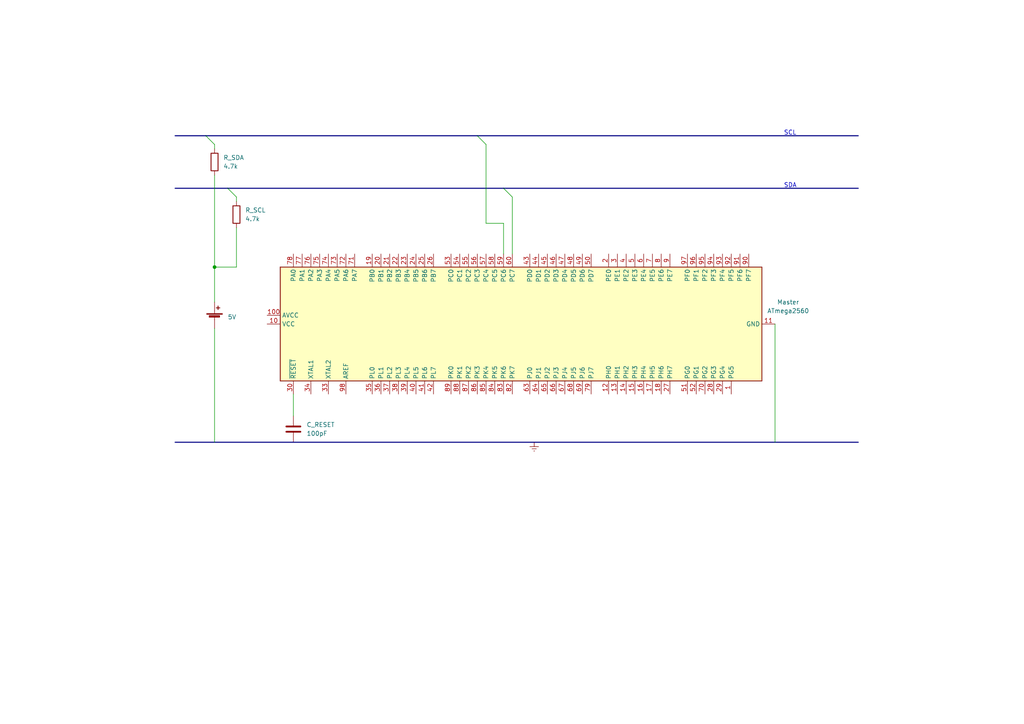
<source format=kicad_sch>
(kicad_sch (version 20211123) (generator eeschema)
  (paper "A4")
  (title_block (title "AMMC Master Controller") (date "2022-02-17"))
  (lib_symbols
    (symbol "Device:Battery_Cell" (pin_numbers hide) (pin_names (offset 0) hide)
      (property "Reference" "BT" (at 2.54 2.54 0))
      (property "Value" "Battery_Cell" (at 2.54 0 0))
      (symbol "Battery_Cell_0_1"
        (rectangle (start -2.286 1.778) (end 2.286 1.524) (fill (type outline)))
        (rectangle (start -1.5748 1.1938) (end 1.4732 0.6858) (fill (type outline)))
        (polyline (pts (xy 0 0.762) (xy 0 0)))
        (polyline (pts (xy 0 1.778) (xy 0 2.54)))
        (polyline (pts (xy 0.508 3.429) (xy 1.524 3.429)) (stroke (width 0.254)))
        (polyline (pts (xy 1.016 3.937) (xy 1.016 2.921)) (stroke (width 0.254)))
      )
      (symbol "Battery_Cell_1_1"
        (pin passive line (at 0 5.08 270) (length 2.54) (name "+") (number "1"))
        (pin passive line (at 0 -2.54 90) (length 2.54) (name "-") (number "2"))
      )
    )
    (symbol "Device:C" (pin_numbers hide) (pin_names (offset 0.254))
      (property "Reference" "C" (at 0.635 2.54 0))
      (property "Value" "C" (at 0.635 -2.54 0))
      (symbol "C_0_1"
        (polyline (pts (xy -2.032 -0.762) (xy 2.032 -0.762)) (stroke (width 0.508)))
        (polyline (pts (xy -2.032 0.762) (xy 2.032 0.762)) (stroke (width 0.508)))
      )
      (symbol "C_1_1"
        (pin passive line (at 0 3.81 270) (length 2.794) (name "~") (number "1"))
        (pin passive line (at 0 -3.81 90) (length 2.794) (name "~") (number "2"))
      )
    )
    (symbol "Device:R" (pin_numbers hide) (pin_names (offset 0))
      (property "Reference" "R" (at 2.032 0 90))
      (property "Value" "R" (at 0 0 90))
      (symbol "R_0_1"
        (rectangle (start -1.016 -2.54) (end 1.016 2.54) (stroke (width 0.254)))
      )
      (symbol "R_1_1"
        (pin passive line (at 0 3.81 270) (length 1.27) (name "~") (number "1"))
        (pin passive line (at 0 -3.81 90) (length 1.27) (name "~") (number "2"))
      )
    )
    (symbol "MCU_Microchip_ATmega:ATmega2560-16A"
      (property "Reference" "U" (at 0 1.27 0))
      (property "Value" "ATmega2560-16A" (at 0 -1.27 0))
      (symbol "ATmega2560-16A_0_1"
        (rectangle (start -16.51 -69.85) (end 16.51 69.85) (stroke (width 0.254)) (fill (type background)))
      )
      (symbol "ATmega2560-16A_1_1"
        (pin bidirectional line (at -20.32 -60.96 0) (length 3.81) (name "PG5") (number "1"))
        (pin power_in line (at 0 73.66 270) (length 3.81) (name "VCC") (number "10"))
        (pin power_in line (at 2.54 73.66 270) (length 3.81) (name "AVCC") (number "100"))
        (pin power_in line (at 0 -73.66 90) (length 3.81) (name "GND") (number "11"))
        (pin bidirectional line (at -20.32 -25.4 0) (length 3.81) (name "PH0") (number "12"))
        (pin bidirectional line (at -20.32 -27.94 0) (length 3.81) (name "PH1") (number "13"))
        (pin bidirectional line (at -20.32 -30.48 0) (length 3.81) (name "PH2") (number "14"))
        (pin bidirectional line (at -20.32 -33.02 0) (length 3.81) (name "PH3") (number "15"))
        (pin bidirectional line (at -20.32 -35.56 0) (length 3.81) (name "PH4") (number "16"))
        (pin bidirectional line (at -20.32 -38.1 0) (length 3.81) (name "PH5") (number "17"))
        (pin bidirectional line (at -20.32 -40.64 0) (length 3.81) (name "PH6") (number "18"))
        (pin bidirectional line (at 20.32 43.18 180) (length 3.81) (name "PB0") (number "19"))
        (pin bidirectional line (at 20.32 -25.4 180) (length 3.81) (name "PE0") (number "2"))
        (pin bidirectional line (at 20.32 40.64 180) (length 3.81) (name "PB1") (number "20"))
        (pin bidirectional line (at 20.32 38.1 180) (length 3.81) (name "PB2") (number "21"))
        (pin bidirectional line (at 20.32 35.56 180) (length 3.81) (name "PB3") (number "22"))
        (pin bidirectional line (at 20.32 33.02 180) (length 3.81) (name "PB4") (number "23"))
        (pin bidirectional line (at 20.32 30.48 180) (length 3.81) (name "PB5") (number "24"))
        (pin bidirectional line (at 20.32 27.94 180) (length 3.81) (name "PB6") (number "25"))
        (pin bidirectional line (at 20.32 25.4 180) (length 3.81) (name "PB7") (number "26"))
        (pin bidirectional line (at -20.32 -43.18 0) (length 3.81) (name "PH7") (number "27"))
        (pin bidirectional line (at -20.32 -55.88 0) (length 3.81) (name "PG3") (number "28"))
        (pin bidirectional line (at -20.32 -58.42 0) (length 3.81) (name "PG4") (number "29"))
        (pin bidirectional line (at 20.32 -27.94 180) (length 3.81) (name "PE1") (number "3"))
        (pin input line (at -20.32 66.04 0) (length 3.81) (name "~{RESET}") (number "30"))
        (pin passive line (at 0 73.66 270) (length 3.81) hide (name "VCC") (number "31"))
        (pin passive line (at 0 -73.66 90) (length 3.81) hide (name "GND") (number "32"))
        (pin output line (at -20.32 55.88 0) (length 3.81) (name "XTAL2") (number "33"))
        (pin input line (at -20.32 60.96 0) (length 3.81) (name "XTAL1") (number "34"))
        (pin bidirectional line (at -20.32 43.18 0) (length 3.81) (name "PL0") (number "35"))
        (pin bidirectional line (at -20.32 40.64 0) (length 3.81) (name "PL1") (number "36"))
        (pin bidirectional line (at -20.32 38.1 0) (length 3.81) (name "PL2") (number "37"))
        (pin bidirectional line (at -20.32 35.56 0) (length 3.81) (name "PL3") (number "38"))
        (pin bidirectional line (at -20.32 33.02 0) (length 3.81) (name "PL4") (number "39"))
        (pin bidirectional line (at 20.32 -30.48 180) (length 3.81) (name "PE2") (number "4"))
        (pin bidirectional line (at -20.32 30.48 0) (length 3.81) (name "PL5") (number "40"))
        (pin bidirectional line (at -20.32 27.94 0) (length 3.81) (name "PL6") (number "41"))
        (pin bidirectional line (at -20.32 25.4 0) (length 3.81) (name "PL7") (number "42"))
        (pin bidirectional line (at 20.32 -2.54 180) (length 3.81) (name "PD0") (number "43"))
        (pin bidirectional line (at 20.32 -5.08 180) (length 3.81) (name "PD1") (number "44"))
        (pin bidirectional line (at 20.32 -7.62 180) (length 3.81) (name "PD2") (number "45"))
        (pin bidirectional line (at 20.32 -10.16 180) (length 3.81) (name "PD3") (number "46"))
        (pin bidirectional line (at 20.32 -12.7 180) (length 3.81) (name "PD4") (number "47"))
        (pin bidirectional line (at 20.32 -15.24 180) (length 3.81) (name "PD5") (number "48"))
        (pin bidirectional line (at 20.32 -17.78 180) (length 3.81) (name "PD6") (number "49"))
        (pin bidirectional line (at 20.32 -33.02 180) (length 3.81) (name "PE3") (number "5"))
        (pin bidirectional line (at 20.32 -20.32 180) (length 3.81) (name "PD7") (number "50"))
        (pin bidirectional line (at -20.32 -48.26 0) (length 3.81) (name "PG0") (number "51"))
        (pin bidirectional line (at -20.32 -50.8 0) (length 3.81) (name "PG1") (number "52"))
        (pin bidirectional line (at 20.32 20.32 180) (length 3.81) (name "PC0") (number "53"))
        (pin bidirectional line (at 20.32 17.78 180) (length 3.81) (name "PC1") (number "54"))
        (pin bidirectional line (at 20.32 15.24 180) (length 3.81) (name "PC2") (number "55"))
        (pin bidirectional line (at 20.32 12.7 180) (length 3.81) (name "PC3") (number "56"))
        (pin bidirectional line (at 20.32 10.16 180) (length 3.81) (name "PC4") (number "57"))
        (pin bidirectional line (at 20.32 7.62 180) (length 3.81) (name "PC5") (number "58"))
        (pin bidirectional line (at 20.32 5.08 180) (length 3.81) (name "PC6") (number "59"))
        (pin bidirectional line (at 20.32 -35.56 180) (length 3.81) (name "PE4") (number "6"))
        (pin bidirectional line (at 20.32 2.54 180) (length 3.81) (name "PC7") (number "60"))
        (pin passive line (at 0 73.66 270) (length 3.81) hide (name "VCC") (number "61"))
        (pin passive line (at 0 -73.66 90) (length 3.81) hide (name "GND") (number "62"))
        (pin bidirectional line (at -20.32 -2.54 0) (length 3.81) (name "PJ0") (number "63"))
        (pin bidirectional line (at -20.32 -5.08 0) (length 3.81) (name "PJ1") (number "64"))
        (pin bidirectional line (at -20.32 -7.62 0) (length 3.81) (name "PJ2") (number "65"))
        (pin bidirectional line (at -20.32 -10.16 0) (length 3.81) (name "PJ3") (number "66"))
        (pin bidirectional line (at -20.32 -12.7 0) (length 3.81) (name "PJ4") (number "67"))
        (pin bidirectional line (at -20.32 -15.24 0) (length 3.81) (name "PJ5") (number "68"))
        (pin bidirectional line (at -20.32 -17.78 0) (length 3.81) (name "PJ6") (number "69"))
        (pin bidirectional line (at 20.32 -38.1 180) (length 3.81) (name "PE5") (number "7"))
        (pin bidirectional line (at -20.32 -53.34 0) (length 3.81) (name "PG2") (number "70"))
        (pin bidirectional line (at 20.32 48.26 180) (length 3.81) (name "PA7") (number "71"))
        (pin bidirectional line (at 20.32 50.8 180) (length 3.81) (name "PA6") (number "72"))
        (pin bidirectional line (at 20.32 53.34 180) (length 3.81) (name "PA5") (number "73"))
        (pin bidirectional line (at 20.32 55.88 180) (length 3.81) (name "PA4") (number "74"))
        (pin bidirectional line (at 20.32 58.42 180) (length 3.81) (name "PA3") (number "75"))
        (pin bidirectional line (at 20.32 60.96 180) (length 3.81) (name "PA2") (number "76"))
        (pin bidirectional line (at 20.32 63.5 180) (length 3.81) (name "PA1") (number "77"))
        (pin bidirectional line (at 20.32 66.04 180) (length 3.81) (name "PA0") (number "78"))
        (pin bidirectional line (at -20.32 -20.32 0) (length 3.81) (name "PJ7") (number "79"))
        (pin bidirectional line (at 20.32 -40.64 180) (length 3.81) (name "PE6") (number "8"))
        (pin passive line (at 0 73.66 270) (length 3.81) hide (name "VCC") (number "80"))
        (pin passive line (at 0 -73.66 90) (length 3.81) hide (name "GND") (number "81"))
        (pin bidirectional line (at -20.32 2.54 0) (length 3.81) (name "PK7") (number "82"))
        (pin bidirectional line (at -20.32 5.08 0) (length 3.81) (name "PK6") (number "83"))
        (pin bidirectional line (at -20.32 7.62 0) (length 3.81) (name "PK5") (number "84"))
        (pin bidirectional line (at -20.32 10.16 0) (length 3.81) (name "PK4") (number "85"))
        (pin bidirectional line (at -20.32 12.7 0) (length 3.81) (name "PK3") (number "86"))
        (pin bidirectional line (at -20.32 15.24 0) (length 3.81) (name "PK2") (number "87"))
        (pin bidirectional line (at -20.32 17.78 0) (length 3.81) (name "PK1") (number "88"))
        (pin bidirectional line (at -20.32 20.32 0) (length 3.81) (name "PK0") (number "89"))
        (pin bidirectional line (at 20.32 -43.18 180) (length 3.81) (name "PE7") (number "9"))
        (pin bidirectional line (at 20.32 -66.04 180) (length 3.81) (name "PF7") (number "90"))
        (pin bidirectional line (at 20.32 -63.5 180) (length 3.81) (name "PF6") (number "91"))
        (pin bidirectional line (at 20.32 -60.96 180) (length 3.81) (name "PF5") (number "92"))
        (pin bidirectional line (at 20.32 -58.42 180) (length 3.81) (name "PF4") (number "93"))
        (pin bidirectional line (at 20.32 -55.88 180) (length 3.81) (name "PF3") (number "94"))
        (pin bidirectional line (at 20.32 -53.34 180) (length 3.81) (name "PF2") (number "95"))
        (pin bidirectional line (at 20.32 -50.8 180) (length 3.81) (name "PF1") (number "96"))
        (pin bidirectional line (at 20.32 -48.26 180) (length 3.81) (name "PF0") (number "97"))
        (pin passive line (at -20.32 50.8 0) (length 3.81) (name "AREF") (number "98"))
        (pin passive line (at 0 -73.66 90) (length 3.81) hide (name "GND") (number "99"))
      )
    )
    (symbol "power:Earth" (power) (pin_names (offset 0))
      (symbol "Earth_0_1"
        (polyline (pts (xy -0.635 -1.905) (xy 0.635 -1.905)))
        (polyline (pts (xy -0.127 -2.54) (xy 0.127 -2.54)))
        (polyline (pts (xy 0 -1.27) (xy 0 0)))
        (polyline (pts (xy 1.27 -1.27) (xy -1.27 -1.27)))
      )
      (symbol "Earth_1_1"
        (pin power_in line (at 0 0 270) (length 0) hide (name "Earth") (number "1"))
      )
    )
  )
  (junction (at 62.23 77.47))
  (bus_entry (at 146.05 54.61) (size 2.54 2.54))
  (bus_entry (at 66.04 54.61) (size 2.54 2.54))
  (bus_entry (at 59.69 39.37) (size 2.54 2.54))
  (bus_entry (at 138.43 39.37) (size 2.54 2.54))
  (wire (pts (xy 62.23 77.47) (xy 62.23 87.63)))
  (wire (pts (xy 62.23 95.25) (xy 62.23 128.27)))
  (wire (pts (xy 68.58 66.04) (xy 68.58 77.47)))
  (wire (pts (xy 62.23 50.8) (xy 62.23 77.47)))
  (bus (pts (xy 59.69 39.37) (xy 138.43 39.37)))
  (wire (pts (xy 140.97 64.77) (xy 140.97 41.91)))
  (wire (pts (xy 85.09 114.3) (xy 85.09 120.65)))
  (wire (pts (xy 148.59 57.15) (xy 148.59 73.66)))
  (bus (pts (xy 66.04 54.61) (xy 146.05 54.61)))
  (wire (pts (xy 68.58 57.15) (xy 68.58 58.42)))
  (bus (pts (xy 138.43 39.37) (xy 248.92 39.37)))
  (wire (pts (xy 146.05 64.77) (xy 140.97 64.77)))
  (bus (pts (xy 50.8 128.27) (xy 248.92 128.27)))
  (wire (pts (xy 146.05 73.66) (xy 146.05 64.77)))
  (bus (pts (xy 50.8 39.37) (xy 59.69 39.37)))
  (wire (pts (xy 68.58 77.47) (xy 62.23 77.47)))
  (bus (pts (xy 50.8 54.61) (xy 66.04 54.61)))
  (wire (pts (xy 62.23 41.91) (xy 62.23 43.18)))
  (bus (pts (xy 146.05 54.61) (xy 248.92 54.61)))
  (wire (pts (xy 224.79 93.98) (xy 224.79 128.27)))
  (text "SCL" (at 227.33 39.37 0) (effects (font (size 1.27 1.27)) (justify left bottom)))
  (text "SDA" (at 227.33 54.61 0) (effects (font (size 1.27 1.27)) (justify left bottom)))
  (symbol (lib_id "power:Earth") (at 154.94 128.27 0) (unit 1)
    (property "Reference" "#PWR?" (effects hide))
    (property "Value" "Earth" (effects hide))
  )
  (symbol (lib_id "MCU_Microchip_ATmega:ATmega2560-16A") (at 151.13 93.98 90) (unit 1)
    (property "Reference" "Master" (at 228.6 87.63 90))
    (property "Value" "ATmega2560" (at 228.6 90.17 90))
    (property "Footprint" "Package_QFP:TQFP-100_14x14mm_P0.5mm" (effects hide))
    (property "Datasheet" "http://ww1.microchip.com/downloads/en/DeviceDoc/Atmel-2549-8-bit-AVR-Microcontroller-ATmega640-1280-1281-2560-2561_datasheet.pdf" (effects hide))
  )
  (symbol (lib_id "Device:R") (at 62.23 46.99 0) (unit 1)
    (property "Reference" "R_SDA" (at 64.77 45.7199 0) (effects (justify left)))
    (property "Value" "4.7k" (at 64.77 48.2599 0) (effects (justify left)))
  )
  (symbol (lib_id "Device:C") (at 85.09 124.46 0) (unit 1)
    (property "Reference" "C_RESET" (at 88.9 123.1899 0) (effects (justify left)))
    (property "Value" "100pF" (at 88.9 125.7299 0) (effects (justify left)))
  )
  (symbol (lib_id "Device:R") (at 68.58 62.23 0) (unit 1)
    (property "Reference" "R_SCL" (at 71.12 60.9599 0) (effects (justify left)))
    (property "Value" "4.7k" (at 71.12 63.4999 0) (effects (justify left)))
  )
  (symbol (lib_id "Device:Battery_Cell") (at 62.23 92.71 0) (unit 1)
    (property "Reference" "BT" (effects hide))
    (property "Value" "5V" (at 66.04 91.9479 0) (effects (justify left)))
  )
)
</source>
